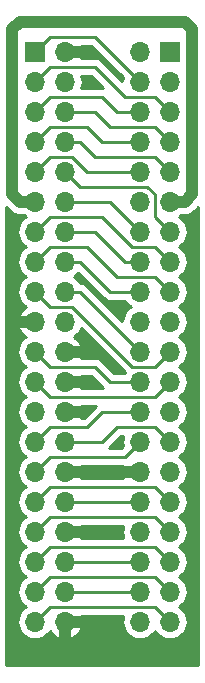
<source format=gbl>
G04 #@! TF.GenerationSoftware,KiCad,Pcbnew,(5.1.2)-2*
G04 #@! TF.CreationDate,2019-07-27T17:23:09+09:00*
G04 #@! TF.ProjectId,itg_uturn_adapter,6974675f-7574-4757-926e-5f6164617074,rev?*
G04 #@! TF.SameCoordinates,Original*
G04 #@! TF.FileFunction,Copper,L2,Bot*
G04 #@! TF.FilePolarity,Positive*
%FSLAX46Y46*%
G04 Gerber Fmt 4.6, Leading zero omitted, Abs format (unit mm)*
G04 Created by KiCad (PCBNEW (5.1.2)-2) date 2019-07-27 17:23:09*
%MOMM*%
%LPD*%
G04 APERTURE LIST*
%ADD10R,1.700000X1.700000*%
%ADD11O,1.700000X1.700000*%
%ADD12C,0.800000*%
%ADD13C,0.250000*%
%ADD14C,1.000000*%
%ADD15C,0.254000*%
G04 APERTURE END LIST*
D10*
X91440000Y-64770000D03*
D11*
X93980000Y-64770000D03*
X91440000Y-67310000D03*
X93980000Y-67310000D03*
X91440000Y-69850000D03*
X93980000Y-69850000D03*
X91440000Y-72390000D03*
X93980000Y-72390000D03*
X91440000Y-74930000D03*
X93980000Y-74930000D03*
X91440000Y-77470000D03*
X93980000Y-77470000D03*
X91440000Y-80010000D03*
X93980000Y-80010000D03*
X91440000Y-82550000D03*
X93980000Y-82550000D03*
X91440000Y-85090000D03*
X93980000Y-85090000D03*
X91440000Y-87630000D03*
X93980000Y-87630000D03*
X91440000Y-90170000D03*
X93980000Y-90170000D03*
X91440000Y-92710000D03*
X93980000Y-92710000D03*
X91440000Y-95250000D03*
X93980000Y-95250000D03*
X91440000Y-97790000D03*
X93980000Y-97790000D03*
X91440000Y-100330000D03*
X93980000Y-100330000D03*
X91440000Y-102870000D03*
X93980000Y-102870000D03*
X91440000Y-105410000D03*
X93980000Y-105410000D03*
X91440000Y-107950000D03*
X93980000Y-107950000D03*
X91440000Y-110490000D03*
X93980000Y-110490000D03*
X91440000Y-113030000D03*
X93980000Y-113030000D03*
D10*
X102870000Y-64770000D03*
D11*
X100330000Y-64770000D03*
X102870000Y-67310000D03*
X100330000Y-67310000D03*
X102870000Y-69850000D03*
X100330000Y-69850000D03*
X102870000Y-72390000D03*
X100330000Y-72390000D03*
X102870000Y-74930000D03*
X100330000Y-74930000D03*
X102870000Y-77470000D03*
X100330000Y-77470000D03*
X102870000Y-80010000D03*
X100330000Y-80010000D03*
X102870000Y-82550000D03*
X100330000Y-82550000D03*
X102870000Y-85090000D03*
X100330000Y-85090000D03*
X102870000Y-87630000D03*
X100330000Y-87630000D03*
X102870000Y-90170000D03*
X100330000Y-90170000D03*
X102870000Y-92710000D03*
X100330000Y-92710000D03*
X102870000Y-95250000D03*
X100330000Y-95250000D03*
X102870000Y-97790000D03*
X100330000Y-97790000D03*
X102870000Y-100330000D03*
X100330000Y-100330000D03*
X102870000Y-102870000D03*
X100330000Y-102870000D03*
X102870000Y-105410000D03*
X100330000Y-105410000D03*
X102870000Y-107950000D03*
X100330000Y-107950000D03*
X102870000Y-110490000D03*
X100330000Y-110490000D03*
X102870000Y-113030000D03*
X100330000Y-113030000D03*
D12*
X98425000Y-86360000D03*
X98475800Y-97993200D03*
X95885000Y-67310000D03*
D13*
X92710000Y-63500000D02*
X91440000Y-64770000D01*
X100330000Y-67310000D02*
X96520000Y-63500000D01*
X96520000Y-63500000D02*
X92710000Y-63500000D01*
X101600000Y-68580000D02*
X102870000Y-69850000D01*
X99060000Y-68580000D02*
X101600000Y-68580000D01*
X96520000Y-66040000D02*
X99060000Y-68580000D01*
X91440000Y-67310000D02*
X92710000Y-66040000D01*
X92710000Y-66040000D02*
X96520000Y-66040000D01*
X98425000Y-69850000D02*
X100330000Y-69850000D01*
X97155000Y-68580000D02*
X98425000Y-69850000D01*
X91440000Y-69850000D02*
X92710000Y-68580000D01*
X92710000Y-68580000D02*
X97155000Y-68580000D01*
X93980000Y-69850000D02*
X96520000Y-69850000D01*
X96520000Y-69850000D02*
X97790000Y-71120000D01*
X97790000Y-71120000D02*
X101600000Y-71120000D01*
X101600000Y-71120000D02*
X102870000Y-72390000D01*
X97155000Y-72390000D02*
X100330000Y-72390000D01*
X95885000Y-71120000D02*
X97155000Y-72390000D01*
X91440000Y-72390000D02*
X92710000Y-71120000D01*
X92710000Y-71120000D02*
X95885000Y-71120000D01*
X93980000Y-72390000D02*
X95250000Y-72390000D01*
X95250000Y-72390000D02*
X96520000Y-73660000D01*
X96520000Y-73660000D02*
X101600000Y-73660000D01*
X101600000Y-73660000D02*
X102870000Y-74930000D01*
X95885000Y-74930000D02*
X100330000Y-74930000D01*
X94615000Y-73660000D02*
X95885000Y-74930000D01*
X91440000Y-74930000D02*
X92710000Y-73660000D01*
X92710000Y-73660000D02*
X94615000Y-73660000D01*
X95250000Y-76200000D02*
X93980000Y-74930000D01*
X100965000Y-76200000D02*
X95250000Y-76200000D01*
X101600000Y-76835000D02*
X100965000Y-76200000D01*
X102870000Y-80010000D02*
X101600000Y-78740000D01*
X101600000Y-78740000D02*
X101600000Y-76835000D01*
X97790000Y-77470000D02*
X93980000Y-77470000D01*
X100330000Y-80010000D02*
X97790000Y-77470000D01*
X101600000Y-81280000D02*
X102870000Y-82550000D01*
X99695000Y-81280000D02*
X101600000Y-81280000D01*
X97155000Y-78740000D02*
X99695000Y-81280000D01*
X91440000Y-80010000D02*
X92710000Y-78740000D01*
X92710000Y-78740000D02*
X97155000Y-78740000D01*
X93980000Y-80010000D02*
X96520000Y-80010000D01*
X96520000Y-80010000D02*
X99060000Y-82550000D01*
X99060000Y-82550000D02*
X100330000Y-82550000D01*
X101600000Y-83820000D02*
X102870000Y-85090000D01*
X98425000Y-83820000D02*
X101600000Y-83820000D01*
X95885000Y-81280000D02*
X98425000Y-83820000D01*
X91440000Y-82550000D02*
X92710000Y-81280000D01*
X92710000Y-81280000D02*
X95885000Y-81280000D01*
X93980000Y-82550000D02*
X95250000Y-82550000D01*
X95250000Y-82550000D02*
X97790000Y-85090000D01*
X97790000Y-85090000D02*
X100330000Y-85090000D01*
X92710000Y-86360000D02*
X91440000Y-85090000D01*
X94615000Y-86360000D02*
X92710000Y-86360000D01*
X99695000Y-91440000D02*
X94615000Y-86360000D01*
X102870000Y-90170000D02*
X101600000Y-91440000D01*
X101600000Y-91440000D02*
X99695000Y-91440000D01*
X93980000Y-85090000D02*
X95250000Y-85090000D01*
X95250000Y-85090000D02*
X100330000Y-90170000D01*
X101600000Y-93980000D02*
X102870000Y-92710000D01*
X91440000Y-92710000D02*
X92710000Y-93980000D01*
X92710000Y-93980000D02*
X101600000Y-93980000D01*
X99060000Y-92710000D02*
X100330000Y-92710000D01*
X97790000Y-92710000D02*
X100330000Y-92710000D01*
X96520000Y-91440000D02*
X97790000Y-92710000D01*
X91440000Y-90170000D02*
X92710000Y-91440000D01*
X92710000Y-91440000D02*
X96520000Y-91440000D01*
X91440000Y-97790000D02*
X92710000Y-96520000D01*
X92710000Y-96520000D02*
X95885000Y-96520000D01*
X95885000Y-96520000D02*
X97155000Y-95250000D01*
X97155000Y-95250000D02*
X100330000Y-95250000D01*
X101600000Y-96520000D02*
X102870000Y-97790000D01*
X101600000Y-96520000D02*
X98425000Y-96520000D01*
X98425000Y-96520000D02*
X97155000Y-97790000D01*
X97155000Y-97790000D02*
X93980000Y-97790000D01*
X99060000Y-99060000D02*
X100330000Y-97790000D01*
X91440000Y-100330000D02*
X92710000Y-99060000D01*
X92710000Y-99060000D02*
X99060000Y-99060000D01*
X101600000Y-101600000D02*
X102870000Y-102870000D01*
X91440000Y-102870000D02*
X92710000Y-101600000D01*
X92710000Y-101600000D02*
X101600000Y-101600000D01*
X93980000Y-102870000D02*
X100330000Y-102870000D01*
X101600000Y-104140000D02*
X102870000Y-105410000D01*
X91440000Y-105410000D02*
X92710000Y-104140000D01*
X92710000Y-104140000D02*
X101600000Y-104140000D01*
X101600000Y-106680000D02*
X102870000Y-107950000D01*
X91440000Y-107950000D02*
X92710000Y-106680000D01*
X92710000Y-106680000D02*
X101600000Y-106680000D01*
X93980000Y-107950000D02*
X100330000Y-107950000D01*
X101600000Y-109220000D02*
X102870000Y-110490000D01*
X91440000Y-110490000D02*
X92710000Y-109220000D01*
X92710000Y-109220000D02*
X101600000Y-109220000D01*
X93980000Y-110490000D02*
X100330000Y-110490000D01*
X91440000Y-113030000D02*
X92710000Y-111760000D01*
X92710000Y-111760000D02*
X101600000Y-111760000D01*
X101600000Y-111760000D02*
X102870000Y-113030000D01*
D14*
X91440000Y-77470000D02*
X90170000Y-77470000D01*
X90170000Y-77470000D02*
X89535000Y-76835000D01*
X89535000Y-76835000D02*
X89535000Y-62865000D01*
X89535000Y-62865000D02*
X90170000Y-62230000D01*
X90170000Y-62230000D02*
X104140000Y-62230000D01*
X104140000Y-62230000D02*
X104775000Y-62865000D01*
X104775000Y-62865000D02*
X104775000Y-76835000D01*
X104775000Y-76835000D02*
X104140000Y-77470000D01*
X104140000Y-77470000D02*
X102870000Y-77470000D01*
X93980000Y-100330000D02*
X100330000Y-100330000D01*
X93980000Y-113030000D02*
X93980000Y-114935000D01*
X93980000Y-113030000D02*
X95885000Y-113030000D01*
X93980000Y-105410000D02*
X95885000Y-105410000D01*
X93980000Y-95250000D02*
X95182081Y-95250000D01*
X93980000Y-90170000D02*
X95885000Y-90170000D01*
X91440000Y-87630000D02*
X90170000Y-87630000D01*
X95182081Y-64770000D02*
X95250000Y-64770000D01*
X95250000Y-64770000D02*
X95885000Y-64770000D01*
X93980000Y-64770000D02*
X95182081Y-64770000D01*
X93980000Y-92710000D02*
X95885000Y-92710000D01*
D15*
G36*
X89328008Y-78233140D02*
G01*
X89363551Y-78276449D01*
X89536377Y-78418284D01*
X89733553Y-78523676D01*
X89947501Y-78588577D01*
X89972245Y-78591014D01*
X90170000Y-78610491D01*
X90225752Y-78605000D01*
X90482183Y-78605000D01*
X90610986Y-78710706D01*
X90665791Y-78740000D01*
X90610986Y-78769294D01*
X90384866Y-78954866D01*
X90199294Y-79180986D01*
X90061401Y-79438966D01*
X89976487Y-79718889D01*
X89947815Y-80010000D01*
X89976487Y-80301111D01*
X90061401Y-80581034D01*
X90199294Y-80839014D01*
X90384866Y-81065134D01*
X90610986Y-81250706D01*
X90665791Y-81280000D01*
X90610986Y-81309294D01*
X90384866Y-81494866D01*
X90199294Y-81720986D01*
X90061401Y-81978966D01*
X89976487Y-82258889D01*
X89947815Y-82550000D01*
X89976487Y-82841111D01*
X90061401Y-83121034D01*
X90199294Y-83379014D01*
X90384866Y-83605134D01*
X90610986Y-83790706D01*
X90665791Y-83820000D01*
X90610986Y-83849294D01*
X90384866Y-84034866D01*
X90199294Y-84260986D01*
X90061401Y-84518966D01*
X89976487Y-84798889D01*
X89947815Y-85090000D01*
X89976487Y-85381111D01*
X90061401Y-85661034D01*
X90199294Y-85919014D01*
X90384866Y-86145134D01*
X90610986Y-86330706D01*
X90675523Y-86365201D01*
X90558645Y-86434822D01*
X90342412Y-86629731D01*
X90168359Y-86863080D01*
X90043175Y-87125901D01*
X89998524Y-87273110D01*
X90119845Y-87503000D01*
X91313000Y-87503000D01*
X91313000Y-87483000D01*
X91567000Y-87483000D01*
X91567000Y-87503000D01*
X91587000Y-87503000D01*
X91587000Y-87757000D01*
X91567000Y-87757000D01*
X91567000Y-87777000D01*
X91313000Y-87777000D01*
X91313000Y-87757000D01*
X90119845Y-87757000D01*
X89998524Y-87986890D01*
X90043175Y-88134099D01*
X90168359Y-88396920D01*
X90342412Y-88630269D01*
X90558645Y-88825178D01*
X90675523Y-88894799D01*
X90610986Y-88929294D01*
X90384866Y-89114866D01*
X90199294Y-89340986D01*
X90061401Y-89598966D01*
X89976487Y-89878889D01*
X89947815Y-90170000D01*
X89976487Y-90461111D01*
X90061401Y-90741034D01*
X90199294Y-90999014D01*
X90384866Y-91225134D01*
X90610986Y-91410706D01*
X90665791Y-91440000D01*
X90610986Y-91469294D01*
X90384866Y-91654866D01*
X90199294Y-91880986D01*
X90061401Y-92138966D01*
X89976487Y-92418889D01*
X89947815Y-92710000D01*
X89976487Y-93001111D01*
X90061401Y-93281034D01*
X90199294Y-93539014D01*
X90384866Y-93765134D01*
X90610986Y-93950706D01*
X90665791Y-93980000D01*
X90610986Y-94009294D01*
X90384866Y-94194866D01*
X90199294Y-94420986D01*
X90061401Y-94678966D01*
X89976487Y-94958889D01*
X89947815Y-95250000D01*
X89976487Y-95541111D01*
X90061401Y-95821034D01*
X90199294Y-96079014D01*
X90384866Y-96305134D01*
X90610986Y-96490706D01*
X90665791Y-96520000D01*
X90610986Y-96549294D01*
X90384866Y-96734866D01*
X90199294Y-96960986D01*
X90061401Y-97218966D01*
X89976487Y-97498889D01*
X89947815Y-97790000D01*
X89976487Y-98081111D01*
X90061401Y-98361034D01*
X90199294Y-98619014D01*
X90384866Y-98845134D01*
X90610986Y-99030706D01*
X90665791Y-99060000D01*
X90610986Y-99089294D01*
X90384866Y-99274866D01*
X90199294Y-99500986D01*
X90061401Y-99758966D01*
X89976487Y-100038889D01*
X89947815Y-100330000D01*
X89976487Y-100621111D01*
X90061401Y-100901034D01*
X90199294Y-101159014D01*
X90384866Y-101385134D01*
X90610986Y-101570706D01*
X90665791Y-101600000D01*
X90610986Y-101629294D01*
X90384866Y-101814866D01*
X90199294Y-102040986D01*
X90061401Y-102298966D01*
X89976487Y-102578889D01*
X89947815Y-102870000D01*
X89976487Y-103161111D01*
X90061401Y-103441034D01*
X90199294Y-103699014D01*
X90384866Y-103925134D01*
X90610986Y-104110706D01*
X90665791Y-104140000D01*
X90610986Y-104169294D01*
X90384866Y-104354866D01*
X90199294Y-104580986D01*
X90061401Y-104838966D01*
X89976487Y-105118889D01*
X89947815Y-105410000D01*
X89976487Y-105701111D01*
X90061401Y-105981034D01*
X90199294Y-106239014D01*
X90384866Y-106465134D01*
X90610986Y-106650706D01*
X90665791Y-106680000D01*
X90610986Y-106709294D01*
X90384866Y-106894866D01*
X90199294Y-107120986D01*
X90061401Y-107378966D01*
X89976487Y-107658889D01*
X89947815Y-107950000D01*
X89976487Y-108241111D01*
X90061401Y-108521034D01*
X90199294Y-108779014D01*
X90384866Y-109005134D01*
X90610986Y-109190706D01*
X90665791Y-109220000D01*
X90610986Y-109249294D01*
X90384866Y-109434866D01*
X90199294Y-109660986D01*
X90061401Y-109918966D01*
X89976487Y-110198889D01*
X89947815Y-110490000D01*
X89976487Y-110781111D01*
X90061401Y-111061034D01*
X90199294Y-111319014D01*
X90384866Y-111545134D01*
X90610986Y-111730706D01*
X90665791Y-111760000D01*
X90610986Y-111789294D01*
X90384866Y-111974866D01*
X90199294Y-112200986D01*
X90061401Y-112458966D01*
X89976487Y-112738889D01*
X89947815Y-113030000D01*
X89976487Y-113321111D01*
X90061401Y-113601034D01*
X90199294Y-113859014D01*
X90384866Y-114085134D01*
X90610986Y-114270706D01*
X90868966Y-114408599D01*
X91148889Y-114493513D01*
X91367050Y-114515000D01*
X91512950Y-114515000D01*
X91731111Y-114493513D01*
X92011034Y-114408599D01*
X92269014Y-114270706D01*
X92495134Y-114085134D01*
X92680706Y-113859014D01*
X92711584Y-113801244D01*
X92882412Y-114030269D01*
X93098645Y-114225178D01*
X93348748Y-114374157D01*
X93623109Y-114471481D01*
X93853000Y-114350814D01*
X93853000Y-113157000D01*
X94107000Y-113157000D01*
X94107000Y-114350814D01*
X94336891Y-114471481D01*
X94611252Y-114374157D01*
X94861355Y-114225178D01*
X95077588Y-114030269D01*
X95251641Y-113796920D01*
X95376825Y-113534099D01*
X95421476Y-113386890D01*
X95300155Y-113157000D01*
X94107000Y-113157000D01*
X93853000Y-113157000D01*
X93833000Y-113157000D01*
X93833000Y-112903000D01*
X93853000Y-112903000D01*
X93853000Y-112883000D01*
X94107000Y-112883000D01*
X94107000Y-112903000D01*
X95300155Y-112903000D01*
X95421476Y-112673110D01*
X95376825Y-112525901D01*
X95374014Y-112520000D01*
X98932886Y-112520000D01*
X98866487Y-112738889D01*
X98837815Y-113030000D01*
X98866487Y-113321111D01*
X98951401Y-113601034D01*
X99089294Y-113859014D01*
X99274866Y-114085134D01*
X99500986Y-114270706D01*
X99758966Y-114408599D01*
X100038889Y-114493513D01*
X100257050Y-114515000D01*
X100402950Y-114515000D01*
X100621111Y-114493513D01*
X100901034Y-114408599D01*
X101159014Y-114270706D01*
X101385134Y-114085134D01*
X101570706Y-113859014D01*
X101600000Y-113804209D01*
X101629294Y-113859014D01*
X101814866Y-114085134D01*
X102040986Y-114270706D01*
X102298966Y-114408599D01*
X102578889Y-114493513D01*
X102797050Y-114515000D01*
X102942950Y-114515000D01*
X103161111Y-114493513D01*
X103441034Y-114408599D01*
X103699014Y-114270706D01*
X103925134Y-114085134D01*
X104110706Y-113859014D01*
X104248599Y-113601034D01*
X104333513Y-113321111D01*
X104362185Y-113030000D01*
X104333513Y-112738889D01*
X104248599Y-112458966D01*
X104110706Y-112200986D01*
X103925134Y-111974866D01*
X103699014Y-111789294D01*
X103644209Y-111760000D01*
X103699014Y-111730706D01*
X103925134Y-111545134D01*
X104110706Y-111319014D01*
X104248599Y-111061034D01*
X104333513Y-110781111D01*
X104362185Y-110490000D01*
X104333513Y-110198889D01*
X104248599Y-109918966D01*
X104110706Y-109660986D01*
X103925134Y-109434866D01*
X103699014Y-109249294D01*
X103644209Y-109220000D01*
X103699014Y-109190706D01*
X103925134Y-109005134D01*
X104110706Y-108779014D01*
X104248599Y-108521034D01*
X104333513Y-108241111D01*
X104362185Y-107950000D01*
X104333513Y-107658889D01*
X104248599Y-107378966D01*
X104110706Y-107120986D01*
X103925134Y-106894866D01*
X103699014Y-106709294D01*
X103644209Y-106680000D01*
X103699014Y-106650706D01*
X103925134Y-106465134D01*
X104110706Y-106239014D01*
X104248599Y-105981034D01*
X104333513Y-105701111D01*
X104362185Y-105410000D01*
X104333513Y-105118889D01*
X104248599Y-104838966D01*
X104110706Y-104580986D01*
X103925134Y-104354866D01*
X103699014Y-104169294D01*
X103644209Y-104140000D01*
X103699014Y-104110706D01*
X103925134Y-103925134D01*
X104110706Y-103699014D01*
X104248599Y-103441034D01*
X104333513Y-103161111D01*
X104362185Y-102870000D01*
X104333513Y-102578889D01*
X104248599Y-102298966D01*
X104110706Y-102040986D01*
X103925134Y-101814866D01*
X103699014Y-101629294D01*
X103644209Y-101600000D01*
X103699014Y-101570706D01*
X103925134Y-101385134D01*
X104110706Y-101159014D01*
X104248599Y-100901034D01*
X104333513Y-100621111D01*
X104362185Y-100330000D01*
X104333513Y-100038889D01*
X104248599Y-99758966D01*
X104110706Y-99500986D01*
X103925134Y-99274866D01*
X103699014Y-99089294D01*
X103644209Y-99060000D01*
X103699014Y-99030706D01*
X103925134Y-98845134D01*
X104110706Y-98619014D01*
X104248599Y-98361034D01*
X104333513Y-98081111D01*
X104362185Y-97790000D01*
X104333513Y-97498889D01*
X104248599Y-97218966D01*
X104110706Y-96960986D01*
X103925134Y-96734866D01*
X103699014Y-96549294D01*
X103644209Y-96520000D01*
X103699014Y-96490706D01*
X103925134Y-96305134D01*
X104110706Y-96079014D01*
X104248599Y-95821034D01*
X104333513Y-95541111D01*
X104362185Y-95250000D01*
X104333513Y-94958889D01*
X104248599Y-94678966D01*
X104110706Y-94420986D01*
X103925134Y-94194866D01*
X103699014Y-94009294D01*
X103644209Y-93980000D01*
X103699014Y-93950706D01*
X103925134Y-93765134D01*
X104110706Y-93539014D01*
X104248599Y-93281034D01*
X104333513Y-93001111D01*
X104362185Y-92710000D01*
X104333513Y-92418889D01*
X104248599Y-92138966D01*
X104110706Y-91880986D01*
X103925134Y-91654866D01*
X103699014Y-91469294D01*
X103644209Y-91440000D01*
X103699014Y-91410706D01*
X103925134Y-91225134D01*
X104110706Y-90999014D01*
X104248599Y-90741034D01*
X104333513Y-90461111D01*
X104362185Y-90170000D01*
X104333513Y-89878889D01*
X104248599Y-89598966D01*
X104110706Y-89340986D01*
X103925134Y-89114866D01*
X103699014Y-88929294D01*
X103644209Y-88900000D01*
X103699014Y-88870706D01*
X103925134Y-88685134D01*
X104110706Y-88459014D01*
X104248599Y-88201034D01*
X104333513Y-87921111D01*
X104362185Y-87630000D01*
X104333513Y-87338889D01*
X104248599Y-87058966D01*
X104110706Y-86800986D01*
X103925134Y-86574866D01*
X103699014Y-86389294D01*
X103644209Y-86360000D01*
X103699014Y-86330706D01*
X103925134Y-86145134D01*
X104110706Y-85919014D01*
X104248599Y-85661034D01*
X104333513Y-85381111D01*
X104362185Y-85090000D01*
X104333513Y-84798889D01*
X104248599Y-84518966D01*
X104110706Y-84260986D01*
X103925134Y-84034866D01*
X103699014Y-83849294D01*
X103644209Y-83820000D01*
X103699014Y-83790706D01*
X103925134Y-83605134D01*
X104110706Y-83379014D01*
X104248599Y-83121034D01*
X104333513Y-82841111D01*
X104362185Y-82550000D01*
X104333513Y-82258889D01*
X104248599Y-81978966D01*
X104110706Y-81720986D01*
X103925134Y-81494866D01*
X103699014Y-81309294D01*
X103644209Y-81280000D01*
X103699014Y-81250706D01*
X103925134Y-81065134D01*
X104110706Y-80839014D01*
X104248599Y-80581034D01*
X104333513Y-80301111D01*
X104362185Y-80010000D01*
X104333513Y-79718889D01*
X104248599Y-79438966D01*
X104110706Y-79180986D01*
X103925134Y-78954866D01*
X103699014Y-78769294D01*
X103644209Y-78740000D01*
X103699014Y-78710706D01*
X103827817Y-78605000D01*
X104084249Y-78605000D01*
X104140000Y-78610491D01*
X104195751Y-78605000D01*
X104195752Y-78605000D01*
X104362499Y-78588577D01*
X104576447Y-78523676D01*
X104773623Y-78418284D01*
X104946449Y-78276449D01*
X104981995Y-78233136D01*
X105283000Y-77932132D01*
X105283000Y-116713000D01*
X89027000Y-116713000D01*
X89027000Y-77932131D01*
X89328008Y-78233140D01*
X89328008Y-78233140D01*
G37*
X89328008Y-78233140D02*
X89363551Y-78276449D01*
X89536377Y-78418284D01*
X89733553Y-78523676D01*
X89947501Y-78588577D01*
X89972245Y-78591014D01*
X90170000Y-78610491D01*
X90225752Y-78605000D01*
X90482183Y-78605000D01*
X90610986Y-78710706D01*
X90665791Y-78740000D01*
X90610986Y-78769294D01*
X90384866Y-78954866D01*
X90199294Y-79180986D01*
X90061401Y-79438966D01*
X89976487Y-79718889D01*
X89947815Y-80010000D01*
X89976487Y-80301111D01*
X90061401Y-80581034D01*
X90199294Y-80839014D01*
X90384866Y-81065134D01*
X90610986Y-81250706D01*
X90665791Y-81280000D01*
X90610986Y-81309294D01*
X90384866Y-81494866D01*
X90199294Y-81720986D01*
X90061401Y-81978966D01*
X89976487Y-82258889D01*
X89947815Y-82550000D01*
X89976487Y-82841111D01*
X90061401Y-83121034D01*
X90199294Y-83379014D01*
X90384866Y-83605134D01*
X90610986Y-83790706D01*
X90665791Y-83820000D01*
X90610986Y-83849294D01*
X90384866Y-84034866D01*
X90199294Y-84260986D01*
X90061401Y-84518966D01*
X89976487Y-84798889D01*
X89947815Y-85090000D01*
X89976487Y-85381111D01*
X90061401Y-85661034D01*
X90199294Y-85919014D01*
X90384866Y-86145134D01*
X90610986Y-86330706D01*
X90675523Y-86365201D01*
X90558645Y-86434822D01*
X90342412Y-86629731D01*
X90168359Y-86863080D01*
X90043175Y-87125901D01*
X89998524Y-87273110D01*
X90119845Y-87503000D01*
X91313000Y-87503000D01*
X91313000Y-87483000D01*
X91567000Y-87483000D01*
X91567000Y-87503000D01*
X91587000Y-87503000D01*
X91587000Y-87757000D01*
X91567000Y-87757000D01*
X91567000Y-87777000D01*
X91313000Y-87777000D01*
X91313000Y-87757000D01*
X90119845Y-87757000D01*
X89998524Y-87986890D01*
X90043175Y-88134099D01*
X90168359Y-88396920D01*
X90342412Y-88630269D01*
X90558645Y-88825178D01*
X90675523Y-88894799D01*
X90610986Y-88929294D01*
X90384866Y-89114866D01*
X90199294Y-89340986D01*
X90061401Y-89598966D01*
X89976487Y-89878889D01*
X89947815Y-90170000D01*
X89976487Y-90461111D01*
X90061401Y-90741034D01*
X90199294Y-90999014D01*
X90384866Y-91225134D01*
X90610986Y-91410706D01*
X90665791Y-91440000D01*
X90610986Y-91469294D01*
X90384866Y-91654866D01*
X90199294Y-91880986D01*
X90061401Y-92138966D01*
X89976487Y-92418889D01*
X89947815Y-92710000D01*
X89976487Y-93001111D01*
X90061401Y-93281034D01*
X90199294Y-93539014D01*
X90384866Y-93765134D01*
X90610986Y-93950706D01*
X90665791Y-93980000D01*
X90610986Y-94009294D01*
X90384866Y-94194866D01*
X90199294Y-94420986D01*
X90061401Y-94678966D01*
X89976487Y-94958889D01*
X89947815Y-95250000D01*
X89976487Y-95541111D01*
X90061401Y-95821034D01*
X90199294Y-96079014D01*
X90384866Y-96305134D01*
X90610986Y-96490706D01*
X90665791Y-96520000D01*
X90610986Y-96549294D01*
X90384866Y-96734866D01*
X90199294Y-96960986D01*
X90061401Y-97218966D01*
X89976487Y-97498889D01*
X89947815Y-97790000D01*
X89976487Y-98081111D01*
X90061401Y-98361034D01*
X90199294Y-98619014D01*
X90384866Y-98845134D01*
X90610986Y-99030706D01*
X90665791Y-99060000D01*
X90610986Y-99089294D01*
X90384866Y-99274866D01*
X90199294Y-99500986D01*
X90061401Y-99758966D01*
X89976487Y-100038889D01*
X89947815Y-100330000D01*
X89976487Y-100621111D01*
X90061401Y-100901034D01*
X90199294Y-101159014D01*
X90384866Y-101385134D01*
X90610986Y-101570706D01*
X90665791Y-101600000D01*
X90610986Y-101629294D01*
X90384866Y-101814866D01*
X90199294Y-102040986D01*
X90061401Y-102298966D01*
X89976487Y-102578889D01*
X89947815Y-102870000D01*
X89976487Y-103161111D01*
X90061401Y-103441034D01*
X90199294Y-103699014D01*
X90384866Y-103925134D01*
X90610986Y-104110706D01*
X90665791Y-104140000D01*
X90610986Y-104169294D01*
X90384866Y-104354866D01*
X90199294Y-104580986D01*
X90061401Y-104838966D01*
X89976487Y-105118889D01*
X89947815Y-105410000D01*
X89976487Y-105701111D01*
X90061401Y-105981034D01*
X90199294Y-106239014D01*
X90384866Y-106465134D01*
X90610986Y-106650706D01*
X90665791Y-106680000D01*
X90610986Y-106709294D01*
X90384866Y-106894866D01*
X90199294Y-107120986D01*
X90061401Y-107378966D01*
X89976487Y-107658889D01*
X89947815Y-107950000D01*
X89976487Y-108241111D01*
X90061401Y-108521034D01*
X90199294Y-108779014D01*
X90384866Y-109005134D01*
X90610986Y-109190706D01*
X90665791Y-109220000D01*
X90610986Y-109249294D01*
X90384866Y-109434866D01*
X90199294Y-109660986D01*
X90061401Y-109918966D01*
X89976487Y-110198889D01*
X89947815Y-110490000D01*
X89976487Y-110781111D01*
X90061401Y-111061034D01*
X90199294Y-111319014D01*
X90384866Y-111545134D01*
X90610986Y-111730706D01*
X90665791Y-111760000D01*
X90610986Y-111789294D01*
X90384866Y-111974866D01*
X90199294Y-112200986D01*
X90061401Y-112458966D01*
X89976487Y-112738889D01*
X89947815Y-113030000D01*
X89976487Y-113321111D01*
X90061401Y-113601034D01*
X90199294Y-113859014D01*
X90384866Y-114085134D01*
X90610986Y-114270706D01*
X90868966Y-114408599D01*
X91148889Y-114493513D01*
X91367050Y-114515000D01*
X91512950Y-114515000D01*
X91731111Y-114493513D01*
X92011034Y-114408599D01*
X92269014Y-114270706D01*
X92495134Y-114085134D01*
X92680706Y-113859014D01*
X92711584Y-113801244D01*
X92882412Y-114030269D01*
X93098645Y-114225178D01*
X93348748Y-114374157D01*
X93623109Y-114471481D01*
X93853000Y-114350814D01*
X93853000Y-113157000D01*
X94107000Y-113157000D01*
X94107000Y-114350814D01*
X94336891Y-114471481D01*
X94611252Y-114374157D01*
X94861355Y-114225178D01*
X95077588Y-114030269D01*
X95251641Y-113796920D01*
X95376825Y-113534099D01*
X95421476Y-113386890D01*
X95300155Y-113157000D01*
X94107000Y-113157000D01*
X93853000Y-113157000D01*
X93833000Y-113157000D01*
X93833000Y-112903000D01*
X93853000Y-112903000D01*
X93853000Y-112883000D01*
X94107000Y-112883000D01*
X94107000Y-112903000D01*
X95300155Y-112903000D01*
X95421476Y-112673110D01*
X95376825Y-112525901D01*
X95374014Y-112520000D01*
X98932886Y-112520000D01*
X98866487Y-112738889D01*
X98837815Y-113030000D01*
X98866487Y-113321111D01*
X98951401Y-113601034D01*
X99089294Y-113859014D01*
X99274866Y-114085134D01*
X99500986Y-114270706D01*
X99758966Y-114408599D01*
X100038889Y-114493513D01*
X100257050Y-114515000D01*
X100402950Y-114515000D01*
X100621111Y-114493513D01*
X100901034Y-114408599D01*
X101159014Y-114270706D01*
X101385134Y-114085134D01*
X101570706Y-113859014D01*
X101600000Y-113804209D01*
X101629294Y-113859014D01*
X101814866Y-114085134D01*
X102040986Y-114270706D01*
X102298966Y-114408599D01*
X102578889Y-114493513D01*
X102797050Y-114515000D01*
X102942950Y-114515000D01*
X103161111Y-114493513D01*
X103441034Y-114408599D01*
X103699014Y-114270706D01*
X103925134Y-114085134D01*
X104110706Y-113859014D01*
X104248599Y-113601034D01*
X104333513Y-113321111D01*
X104362185Y-113030000D01*
X104333513Y-112738889D01*
X104248599Y-112458966D01*
X104110706Y-112200986D01*
X103925134Y-111974866D01*
X103699014Y-111789294D01*
X103644209Y-111760000D01*
X103699014Y-111730706D01*
X103925134Y-111545134D01*
X104110706Y-111319014D01*
X104248599Y-111061034D01*
X104333513Y-110781111D01*
X104362185Y-110490000D01*
X104333513Y-110198889D01*
X104248599Y-109918966D01*
X104110706Y-109660986D01*
X103925134Y-109434866D01*
X103699014Y-109249294D01*
X103644209Y-109220000D01*
X103699014Y-109190706D01*
X103925134Y-109005134D01*
X104110706Y-108779014D01*
X104248599Y-108521034D01*
X104333513Y-108241111D01*
X104362185Y-107950000D01*
X104333513Y-107658889D01*
X104248599Y-107378966D01*
X104110706Y-107120986D01*
X103925134Y-106894866D01*
X103699014Y-106709294D01*
X103644209Y-106680000D01*
X103699014Y-106650706D01*
X103925134Y-106465134D01*
X104110706Y-106239014D01*
X104248599Y-105981034D01*
X104333513Y-105701111D01*
X104362185Y-105410000D01*
X104333513Y-105118889D01*
X104248599Y-104838966D01*
X104110706Y-104580986D01*
X103925134Y-104354866D01*
X103699014Y-104169294D01*
X103644209Y-104140000D01*
X103699014Y-104110706D01*
X103925134Y-103925134D01*
X104110706Y-103699014D01*
X104248599Y-103441034D01*
X104333513Y-103161111D01*
X104362185Y-102870000D01*
X104333513Y-102578889D01*
X104248599Y-102298966D01*
X104110706Y-102040986D01*
X103925134Y-101814866D01*
X103699014Y-101629294D01*
X103644209Y-101600000D01*
X103699014Y-101570706D01*
X103925134Y-101385134D01*
X104110706Y-101159014D01*
X104248599Y-100901034D01*
X104333513Y-100621111D01*
X104362185Y-100330000D01*
X104333513Y-100038889D01*
X104248599Y-99758966D01*
X104110706Y-99500986D01*
X103925134Y-99274866D01*
X103699014Y-99089294D01*
X103644209Y-99060000D01*
X103699014Y-99030706D01*
X103925134Y-98845134D01*
X104110706Y-98619014D01*
X104248599Y-98361034D01*
X104333513Y-98081111D01*
X104362185Y-97790000D01*
X104333513Y-97498889D01*
X104248599Y-97218966D01*
X104110706Y-96960986D01*
X103925134Y-96734866D01*
X103699014Y-96549294D01*
X103644209Y-96520000D01*
X103699014Y-96490706D01*
X103925134Y-96305134D01*
X104110706Y-96079014D01*
X104248599Y-95821034D01*
X104333513Y-95541111D01*
X104362185Y-95250000D01*
X104333513Y-94958889D01*
X104248599Y-94678966D01*
X104110706Y-94420986D01*
X103925134Y-94194866D01*
X103699014Y-94009294D01*
X103644209Y-93980000D01*
X103699014Y-93950706D01*
X103925134Y-93765134D01*
X104110706Y-93539014D01*
X104248599Y-93281034D01*
X104333513Y-93001111D01*
X104362185Y-92710000D01*
X104333513Y-92418889D01*
X104248599Y-92138966D01*
X104110706Y-91880986D01*
X103925134Y-91654866D01*
X103699014Y-91469294D01*
X103644209Y-91440000D01*
X103699014Y-91410706D01*
X103925134Y-91225134D01*
X104110706Y-90999014D01*
X104248599Y-90741034D01*
X104333513Y-90461111D01*
X104362185Y-90170000D01*
X104333513Y-89878889D01*
X104248599Y-89598966D01*
X104110706Y-89340986D01*
X103925134Y-89114866D01*
X103699014Y-88929294D01*
X103644209Y-88900000D01*
X103699014Y-88870706D01*
X103925134Y-88685134D01*
X104110706Y-88459014D01*
X104248599Y-88201034D01*
X104333513Y-87921111D01*
X104362185Y-87630000D01*
X104333513Y-87338889D01*
X104248599Y-87058966D01*
X104110706Y-86800986D01*
X103925134Y-86574866D01*
X103699014Y-86389294D01*
X103644209Y-86360000D01*
X103699014Y-86330706D01*
X103925134Y-86145134D01*
X104110706Y-85919014D01*
X104248599Y-85661034D01*
X104333513Y-85381111D01*
X104362185Y-85090000D01*
X104333513Y-84798889D01*
X104248599Y-84518966D01*
X104110706Y-84260986D01*
X103925134Y-84034866D01*
X103699014Y-83849294D01*
X103644209Y-83820000D01*
X103699014Y-83790706D01*
X103925134Y-83605134D01*
X104110706Y-83379014D01*
X104248599Y-83121034D01*
X104333513Y-82841111D01*
X104362185Y-82550000D01*
X104333513Y-82258889D01*
X104248599Y-81978966D01*
X104110706Y-81720986D01*
X103925134Y-81494866D01*
X103699014Y-81309294D01*
X103644209Y-81280000D01*
X103699014Y-81250706D01*
X103925134Y-81065134D01*
X104110706Y-80839014D01*
X104248599Y-80581034D01*
X104333513Y-80301111D01*
X104362185Y-80010000D01*
X104333513Y-79718889D01*
X104248599Y-79438966D01*
X104110706Y-79180986D01*
X103925134Y-78954866D01*
X103699014Y-78769294D01*
X103644209Y-78740000D01*
X103699014Y-78710706D01*
X103827817Y-78605000D01*
X104084249Y-78605000D01*
X104140000Y-78610491D01*
X104195751Y-78605000D01*
X104195752Y-78605000D01*
X104362499Y-78588577D01*
X104576447Y-78523676D01*
X104773623Y-78418284D01*
X104946449Y-78276449D01*
X104981995Y-78233136D01*
X105283000Y-77932132D01*
X105283000Y-116713000D01*
X89027000Y-116713000D01*
X89027000Y-77932131D01*
X89328008Y-78233140D01*
G36*
X98866487Y-105118889D02*
G01*
X98837815Y-105410000D01*
X98866487Y-105701111D01*
X98932886Y-105920000D01*
X95374014Y-105920000D01*
X95376825Y-105914099D01*
X95421476Y-105766890D01*
X95300155Y-105537000D01*
X94107000Y-105537000D01*
X94107000Y-105557000D01*
X93853000Y-105557000D01*
X93853000Y-105537000D01*
X93833000Y-105537000D01*
X93833000Y-105283000D01*
X93853000Y-105283000D01*
X93853000Y-105263000D01*
X94107000Y-105263000D01*
X94107000Y-105283000D01*
X95300155Y-105283000D01*
X95421476Y-105053110D01*
X95376825Y-104905901D01*
X95374014Y-104900000D01*
X98932886Y-104900000D01*
X98866487Y-105118889D01*
X98866487Y-105118889D01*
G37*
X98866487Y-105118889D02*
X98837815Y-105410000D01*
X98866487Y-105701111D01*
X98932886Y-105920000D01*
X95374014Y-105920000D01*
X95376825Y-105914099D01*
X95421476Y-105766890D01*
X95300155Y-105537000D01*
X94107000Y-105537000D01*
X94107000Y-105557000D01*
X93853000Y-105557000D01*
X93853000Y-105537000D01*
X93833000Y-105537000D01*
X93833000Y-105283000D01*
X93853000Y-105283000D01*
X93853000Y-105263000D01*
X94107000Y-105263000D01*
X94107000Y-105283000D01*
X95300155Y-105283000D01*
X95421476Y-105053110D01*
X95376825Y-104905901D01*
X95374014Y-104900000D01*
X98932886Y-104900000D01*
X98866487Y-105118889D01*
G36*
X98933175Y-99825901D02*
G01*
X98888524Y-99973110D01*
X99009845Y-100203000D01*
X100203000Y-100203000D01*
X100203000Y-100183000D01*
X100457000Y-100183000D01*
X100457000Y-100203000D01*
X100477000Y-100203000D01*
X100477000Y-100457000D01*
X100457000Y-100457000D01*
X100457000Y-100477000D01*
X100203000Y-100477000D01*
X100203000Y-100457000D01*
X99009845Y-100457000D01*
X98888524Y-100686890D01*
X98933175Y-100834099D01*
X98935986Y-100840000D01*
X95374014Y-100840000D01*
X95376825Y-100834099D01*
X95421476Y-100686890D01*
X95300155Y-100457000D01*
X94107000Y-100457000D01*
X94107000Y-100477000D01*
X93853000Y-100477000D01*
X93853000Y-100457000D01*
X93833000Y-100457000D01*
X93833000Y-100203000D01*
X93853000Y-100203000D01*
X93853000Y-100183000D01*
X94107000Y-100183000D01*
X94107000Y-100203000D01*
X95300155Y-100203000D01*
X95421476Y-99973110D01*
X95376825Y-99825901D01*
X95374014Y-99820000D01*
X98935986Y-99820000D01*
X98933175Y-99825901D01*
X98933175Y-99825901D01*
G37*
X98933175Y-99825901D02*
X98888524Y-99973110D01*
X99009845Y-100203000D01*
X100203000Y-100203000D01*
X100203000Y-100183000D01*
X100457000Y-100183000D01*
X100457000Y-100203000D01*
X100477000Y-100203000D01*
X100477000Y-100457000D01*
X100457000Y-100457000D01*
X100457000Y-100477000D01*
X100203000Y-100477000D01*
X100203000Y-100457000D01*
X99009845Y-100457000D01*
X98888524Y-100686890D01*
X98933175Y-100834099D01*
X98935986Y-100840000D01*
X95374014Y-100840000D01*
X95376825Y-100834099D01*
X95421476Y-100686890D01*
X95300155Y-100457000D01*
X94107000Y-100457000D01*
X94107000Y-100477000D01*
X93853000Y-100477000D01*
X93853000Y-100457000D01*
X93833000Y-100457000D01*
X93833000Y-100203000D01*
X93853000Y-100203000D01*
X93853000Y-100183000D01*
X94107000Y-100183000D01*
X94107000Y-100203000D01*
X95300155Y-100203000D01*
X95421476Y-99973110D01*
X95376825Y-99825901D01*
X95374014Y-99820000D01*
X98935986Y-99820000D01*
X98933175Y-99825901D01*
G36*
X98866487Y-97498889D02*
G01*
X98837815Y-97790000D01*
X98866487Y-98081111D01*
X98889203Y-98155996D01*
X98745199Y-98300000D01*
X97719801Y-98300000D01*
X98739802Y-97280000D01*
X98932886Y-97280000D01*
X98866487Y-97498889D01*
X98866487Y-97498889D01*
G37*
X98866487Y-97498889D02*
X98837815Y-97790000D01*
X98866487Y-98081111D01*
X98889203Y-98155996D01*
X98745199Y-98300000D01*
X97719801Y-98300000D01*
X98739802Y-97280000D01*
X98932886Y-97280000D01*
X98866487Y-97498889D01*
G36*
X95570199Y-95760000D02*
G01*
X95374014Y-95760000D01*
X95376825Y-95754099D01*
X95421476Y-95606890D01*
X95300155Y-95377000D01*
X94107000Y-95377000D01*
X94107000Y-95397000D01*
X93853000Y-95397000D01*
X93853000Y-95377000D01*
X93833000Y-95377000D01*
X93833000Y-95123000D01*
X93853000Y-95123000D01*
X93853000Y-95103000D01*
X94107000Y-95103000D01*
X94107000Y-95123000D01*
X95300155Y-95123000D01*
X95421476Y-94893110D01*
X95376825Y-94745901D01*
X95374014Y-94740000D01*
X96590198Y-94740000D01*
X95570199Y-95760000D01*
X95570199Y-95760000D01*
G37*
X95570199Y-95760000D02*
X95374014Y-95760000D01*
X95376825Y-95754099D01*
X95421476Y-95606890D01*
X95300155Y-95377000D01*
X94107000Y-95377000D01*
X94107000Y-95397000D01*
X93853000Y-95397000D01*
X93853000Y-95377000D01*
X93833000Y-95377000D01*
X93833000Y-95123000D01*
X93853000Y-95123000D01*
X93853000Y-95103000D01*
X94107000Y-95103000D01*
X94107000Y-95123000D01*
X95300155Y-95123000D01*
X95421476Y-94893110D01*
X95376825Y-94745901D01*
X95374014Y-94740000D01*
X96590198Y-94740000D01*
X95570199Y-95760000D01*
G36*
X97225198Y-93220000D02*
G01*
X95374014Y-93220000D01*
X95376825Y-93214099D01*
X95421476Y-93066890D01*
X95300155Y-92837000D01*
X94107000Y-92837000D01*
X94107000Y-92857000D01*
X93853000Y-92857000D01*
X93853000Y-92837000D01*
X93833000Y-92837000D01*
X93833000Y-92583000D01*
X93853000Y-92583000D01*
X93853000Y-92563000D01*
X94107000Y-92563000D01*
X94107000Y-92583000D01*
X95300155Y-92583000D01*
X95421476Y-92353110D01*
X95376825Y-92205901D01*
X95374014Y-92200000D01*
X96205199Y-92200000D01*
X97225198Y-93220000D01*
X97225198Y-93220000D01*
G37*
X97225198Y-93220000D02*
X95374014Y-93220000D01*
X95376825Y-93214099D01*
X95421476Y-93066890D01*
X95300155Y-92837000D01*
X94107000Y-92837000D01*
X94107000Y-92857000D01*
X93853000Y-92857000D01*
X93853000Y-92837000D01*
X93833000Y-92837000D01*
X93833000Y-92583000D01*
X93853000Y-92583000D01*
X93853000Y-92563000D01*
X94107000Y-92563000D01*
X94107000Y-92583000D01*
X95300155Y-92583000D01*
X95421476Y-92353110D01*
X95376825Y-92205901D01*
X95374014Y-92200000D01*
X96205199Y-92200000D01*
X97225198Y-93220000D01*
G36*
X99079503Y-91899305D02*
G01*
X99052405Y-91950000D01*
X98104802Y-91950000D01*
X97083804Y-90929003D01*
X97060001Y-90899999D01*
X96944276Y-90805026D01*
X96812247Y-90734454D01*
X96668986Y-90690997D01*
X96557333Y-90680000D01*
X96557322Y-90680000D01*
X96520000Y-90676324D01*
X96482678Y-90680000D01*
X95374014Y-90680000D01*
X95376825Y-90674099D01*
X95421476Y-90526890D01*
X95300155Y-90297000D01*
X94107000Y-90297000D01*
X94107000Y-90317000D01*
X93853000Y-90317000D01*
X93853000Y-90297000D01*
X93833000Y-90297000D01*
X93833000Y-90043000D01*
X93853000Y-90043000D01*
X93853000Y-90023000D01*
X94107000Y-90023000D01*
X94107000Y-90043000D01*
X95300155Y-90043000D01*
X95421476Y-89813110D01*
X95376825Y-89665901D01*
X95251641Y-89403080D01*
X95077588Y-89169731D01*
X94861355Y-88974822D01*
X94744477Y-88905201D01*
X94809014Y-88870706D01*
X95035134Y-88685134D01*
X95220706Y-88459014D01*
X95358599Y-88201034D01*
X95363867Y-88183668D01*
X99079503Y-91899305D01*
X99079503Y-91899305D01*
G37*
X99079503Y-91899305D02*
X99052405Y-91950000D01*
X98104802Y-91950000D01*
X97083804Y-90929003D01*
X97060001Y-90899999D01*
X96944276Y-90805026D01*
X96812247Y-90734454D01*
X96668986Y-90690997D01*
X96557333Y-90680000D01*
X96557322Y-90680000D01*
X96520000Y-90676324D01*
X96482678Y-90680000D01*
X95374014Y-90680000D01*
X95376825Y-90674099D01*
X95421476Y-90526890D01*
X95300155Y-90297000D01*
X94107000Y-90297000D01*
X94107000Y-90317000D01*
X93853000Y-90317000D01*
X93853000Y-90297000D01*
X93833000Y-90297000D01*
X93833000Y-90043000D01*
X93853000Y-90043000D01*
X93853000Y-90023000D01*
X94107000Y-90023000D01*
X94107000Y-90043000D01*
X95300155Y-90043000D01*
X95421476Y-89813110D01*
X95376825Y-89665901D01*
X95251641Y-89403080D01*
X95077588Y-89169731D01*
X94861355Y-88974822D01*
X94744477Y-88905201D01*
X94809014Y-88870706D01*
X95035134Y-88685134D01*
X95220706Y-88459014D01*
X95358599Y-88201034D01*
X95363867Y-88183668D01*
X99079503Y-91899305D01*
G36*
X97226205Y-85601008D02*
G01*
X97249999Y-85630001D01*
X97278992Y-85653795D01*
X97278996Y-85653799D01*
X97349685Y-85711811D01*
X97365724Y-85724974D01*
X97497753Y-85795546D01*
X97641014Y-85839003D01*
X97752667Y-85850000D01*
X97752676Y-85850000D01*
X97789999Y-85853676D01*
X97827322Y-85850000D01*
X99052405Y-85850000D01*
X99089294Y-85919014D01*
X99274866Y-86145134D01*
X99500986Y-86330706D01*
X99555791Y-86360000D01*
X99500986Y-86389294D01*
X99274866Y-86574866D01*
X99089294Y-86800986D01*
X98951401Y-87058966D01*
X98866487Y-87338889D01*
X98840235Y-87605433D01*
X95813804Y-84579003D01*
X95790001Y-84549999D01*
X95674276Y-84455026D01*
X95542247Y-84384454D01*
X95398986Y-84340997D01*
X95287333Y-84330000D01*
X95287322Y-84330000D01*
X95255943Y-84326909D01*
X95220706Y-84260986D01*
X95035134Y-84034866D01*
X94809014Y-83849294D01*
X94754209Y-83820000D01*
X94809014Y-83790706D01*
X95035134Y-83605134D01*
X95123121Y-83497922D01*
X97226205Y-85601008D01*
X97226205Y-85601008D01*
G37*
X97226205Y-85601008D02*
X97249999Y-85630001D01*
X97278992Y-85653795D01*
X97278996Y-85653799D01*
X97349685Y-85711811D01*
X97365724Y-85724974D01*
X97497753Y-85795546D01*
X97641014Y-85839003D01*
X97752667Y-85850000D01*
X97752676Y-85850000D01*
X97789999Y-85853676D01*
X97827322Y-85850000D01*
X99052405Y-85850000D01*
X99089294Y-85919014D01*
X99274866Y-86145134D01*
X99500986Y-86330706D01*
X99555791Y-86360000D01*
X99500986Y-86389294D01*
X99274866Y-86574866D01*
X99089294Y-86800986D01*
X98951401Y-87058966D01*
X98866487Y-87338889D01*
X98840235Y-87605433D01*
X95813804Y-84579003D01*
X95790001Y-84549999D01*
X95674276Y-84455026D01*
X95542247Y-84384454D01*
X95398986Y-84340997D01*
X95287333Y-84330000D01*
X95287322Y-84330000D01*
X95255943Y-84326909D01*
X95220706Y-84260986D01*
X95035134Y-84034866D01*
X94809014Y-83849294D01*
X94754209Y-83820000D01*
X94809014Y-83790706D01*
X95035134Y-83605134D01*
X95123121Y-83497922D01*
X97226205Y-85601008D01*
G36*
X100457000Y-77343000D02*
G01*
X100477000Y-77343000D01*
X100477000Y-77597000D01*
X100457000Y-77597000D01*
X100457000Y-77617000D01*
X100203000Y-77617000D01*
X100203000Y-77597000D01*
X100183000Y-77597000D01*
X100183000Y-77343000D01*
X100203000Y-77343000D01*
X100203000Y-77323000D01*
X100457000Y-77323000D01*
X100457000Y-77343000D01*
X100457000Y-77343000D01*
G37*
X100457000Y-77343000D02*
X100477000Y-77343000D01*
X100477000Y-77597000D01*
X100457000Y-77597000D01*
X100457000Y-77617000D01*
X100203000Y-77617000D01*
X100203000Y-77597000D01*
X100183000Y-77597000D01*
X100183000Y-77343000D01*
X100203000Y-77343000D01*
X100203000Y-77323000D01*
X100457000Y-77323000D01*
X100457000Y-77343000D01*
G36*
X97228789Y-67823591D02*
G01*
X97192333Y-67820000D01*
X97192322Y-67820000D01*
X97155000Y-67816324D01*
X97117678Y-67820000D01*
X95377114Y-67820000D01*
X95443513Y-67601111D01*
X95472185Y-67310000D01*
X95443513Y-67018889D01*
X95377114Y-66800000D01*
X96205199Y-66800000D01*
X97228789Y-67823591D01*
X97228789Y-67823591D01*
G37*
X97228789Y-67823591D02*
X97192333Y-67820000D01*
X97192322Y-67820000D01*
X97155000Y-67816324D01*
X97117678Y-67820000D01*
X95377114Y-67820000D01*
X95443513Y-67601111D01*
X95472185Y-67310000D01*
X95443513Y-67018889D01*
X95377114Y-66800000D01*
X96205199Y-66800000D01*
X97228789Y-67823591D01*
G36*
X98889203Y-66944005D02*
G01*
X98866487Y-67018889D01*
X98840235Y-67285432D01*
X97083804Y-65529003D01*
X97060001Y-65499999D01*
X96944276Y-65405026D01*
X96812247Y-65334454D01*
X96668986Y-65290997D01*
X96557333Y-65280000D01*
X96557322Y-65280000D01*
X96520000Y-65276324D01*
X96482678Y-65280000D01*
X95374014Y-65280000D01*
X95376825Y-65274099D01*
X95421476Y-65126890D01*
X95300155Y-64897000D01*
X94107000Y-64897000D01*
X94107000Y-64917000D01*
X93853000Y-64917000D01*
X93853000Y-64897000D01*
X93833000Y-64897000D01*
X93833000Y-64643000D01*
X93853000Y-64643000D01*
X93853000Y-64623000D01*
X94107000Y-64623000D01*
X94107000Y-64643000D01*
X95300155Y-64643000D01*
X95421476Y-64413110D01*
X95376825Y-64265901D01*
X95374014Y-64260000D01*
X96205199Y-64260000D01*
X98889203Y-66944005D01*
X98889203Y-66944005D01*
G37*
X98889203Y-66944005D02*
X98866487Y-67018889D01*
X98840235Y-67285432D01*
X97083804Y-65529003D01*
X97060001Y-65499999D01*
X96944276Y-65405026D01*
X96812247Y-65334454D01*
X96668986Y-65290997D01*
X96557333Y-65280000D01*
X96557322Y-65280000D01*
X96520000Y-65276324D01*
X96482678Y-65280000D01*
X95374014Y-65280000D01*
X95376825Y-65274099D01*
X95421476Y-65126890D01*
X95300155Y-64897000D01*
X94107000Y-64897000D01*
X94107000Y-64917000D01*
X93853000Y-64917000D01*
X93853000Y-64897000D01*
X93833000Y-64897000D01*
X93833000Y-64643000D01*
X93853000Y-64643000D01*
X93853000Y-64623000D01*
X94107000Y-64623000D01*
X94107000Y-64643000D01*
X95300155Y-64643000D01*
X95421476Y-64413110D01*
X95376825Y-64265901D01*
X95374014Y-64260000D01*
X96205199Y-64260000D01*
X98889203Y-66944005D01*
M02*

</source>
